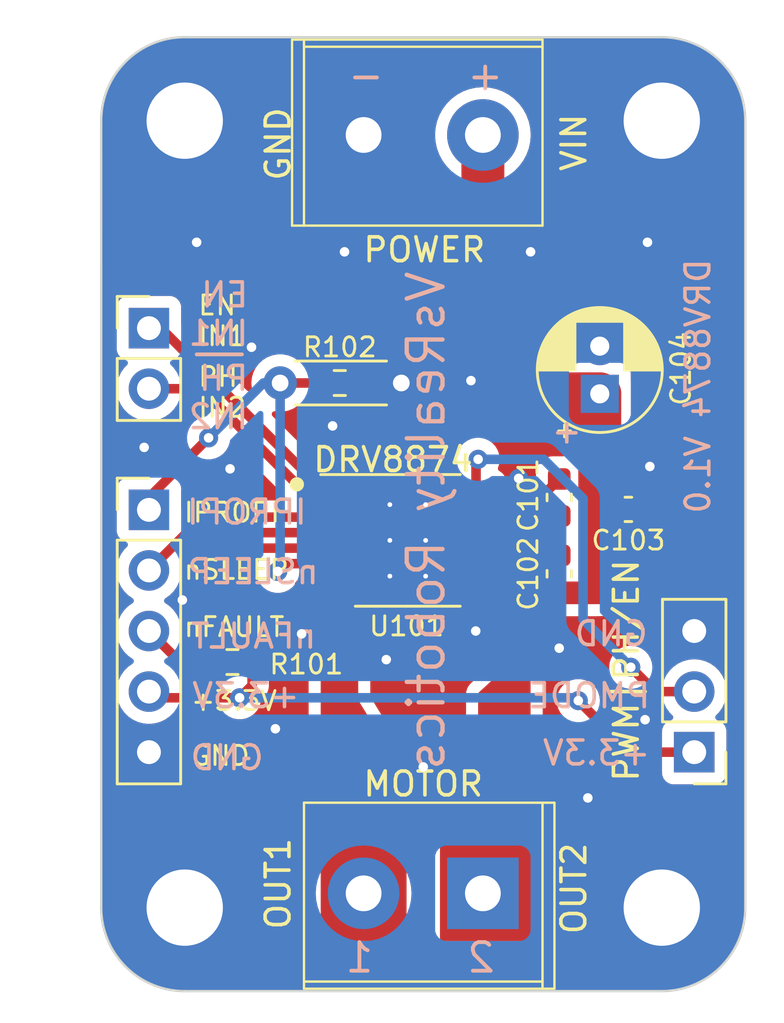
<source format=kicad_pcb>
(kicad_pcb (version 20221018) (generator pcbnew)
  (layers (0 "F.Cu" signal) (31 "B.Cu" signal) (34 "B.Paste" user) (35 "F.Paste" user) (36 "B.SilkS" user "B.Silkscreen") (37 "F.SilkS" user "F.Silkscreen") (38 "B.Mask" user) (39 "F.Mask" user) (44 "Edge.Cuts" user))
  (net 0 "")
  (net 1 "Net-(U101-CPH)")
  (net 2 "Net-(U101-CPL)")
  (net 3 "VMOTORS")
  (net 4 "Net-(U101-VCP)")
  (net 5 "GND")
  (net 6 "OUT1")
  (net 7 "OUT2")
  (net 8 "+3V3")
  (net 9 "PMODE")
  (net 10 "nSLEEP")
  (net 11 "nFAULT")
  (net 12 "IPROPI")
  (net 13 "IN2")
  (net 14 "IN1")
  (footprint "Connector_PinHeader_2.54mm:PinHeader_1x03_P2.54mm_Vertical" (layer "F.Cu") (at 141.96 105.68 180)
    (fp_text reference "J105")
    (fp_text value "PMODE")
    (fp_line (start -1.33 -1.33) (end 0 -1.33) (stroke (width 0.12)) (layer "F.SilkS"))
    (fp_line (start -1.33 0) (end -1.33 -1.33) (stroke (width 0.12)) (layer "F.SilkS"))
    (fp_line (start -1.33 1.27) (end -1.33 6.41) (stroke (width 0.12)) (layer "F.SilkS"))
    (fp_line (start -1.33 1.27) (end 1.33 1.27) (stroke (width 0.12)) (layer "F.SilkS"))
    (fp_line (start -1.33 6.41) (end 1.33 6.41) (stroke (width 0.12)) (layer "F.SilkS"))
    (fp_line (start 1.33 1.27) (end 1.33 6.41) (stroke (width 0.12)) (layer "F.SilkS"))
    (pad "1" thru_hole rect (at 0 0 180) (size 1.7 1.7) (drill 1) (layers "*.Cu" "*.Mask") (net 8 "+3V3"))
    (pad "2" thru_hole oval (at 0 2.54 180) (size 1.7 1.7) (drill 1) (layers "*.Cu" "*.Mask") (net 9 "PMODE"))
    (pad "3" thru_hole oval (at 0 5.08 180) (size 1.7 1.7) (drill 1) (layers "*.Cu" "*.Mask") (net 5 "GND"))
  )
  (footprint "Package_SO:HTSSOP-16-1EP_4.4x5mm_P0.65mm_EP3.4x5mm_Mask2.46x2.31mm_ThermalVias" (layer "F.Cu") (at 129.95 96.8)
    (fp_text reference "U101" (at -0.05 3.6) (layer "F.SilkS") (effects (font (size 0.8 0.8) (thickness 0.12))))
    (fp_text value "~")
    (fp_line (start 0 -2.76) (end -3.65 -2.76) (stroke (width 0.12)) (layer "F.SilkS"))
    (fp_line (start 0 -2.76) (end 2.2 -2.76) (stroke (width 0.12)) (layer "F.SilkS"))
    (fp_line (start 0 2.76) (end -2.2 2.76) (stroke (width 0.12)) (layer "F.SilkS"))
    (fp_line (start 0 2.76) (end 2.2 2.76) (stroke (width 0.12)) (layer "F.SilkS"))
    (pad "1" smd roundrect (at -2.8625 -2.275) (size 1.575 0.4) (layers "F.Cu" "F.Paste" "F.Mask") (net 14 "IN1"))
    (pad "2" smd roundrect (at -2.8625 -1.625) (size 1.575 0.4) (layers "F.Cu" "F.Paste" "F.Mask") (net 13 "IN2"))
    (pad "3" smd roundrect (at -2.8625 -0.975) (size 1.575 0.4) (layers "F.Cu" "F.Paste" "F.Mask") (net 10 "nSLEEP"))
    (pad "4" smd roundrect (at -2.8625 -0.325) (size 1.575 0.4) (layers "F.Cu" "F.Paste" "F.Mask") (net 11 "nFAULT"))
    (pad "5" smd roundrect (at -2.8625 0.325) (size 1.575 0.4) (layers "F.Cu" "F.Paste" "F.Mask") (net 8 "+3V3"))
    (pad "6" smd roundrect (at -2.8625 0.975) (size 1.575 0.4) (layers "F.Cu" "F.Paste" "F.Mask") (net 12 "IPROPI"))
    (pad "7" smd roundrect (at -2.8625 1.625) (size 1.575 0.4) (layers "F.Cu" "F.Paste" "F.Mask") (net 5 "GND"))
    (pad "8" smd roundrect (at -2.8625 2.275) (size 1.575 0.4) (layers "F.Cu" "F.Paste" "F.Mask") (net 6 "OUT1"))
    (pad "9" smd roundrect (at 2.8625 2.275) (size 1.575 0.4) (layers "F.Cu" "F.Paste" "F.Mask") (net 5 "GND"))
    (pad "10" smd roundrect (at 2.8625 1.625) (size 1.575 0.4) (layers "F.Cu" "F.Paste" "F.Mask") (net 7 "OUT2"))
    (pad "11" smd roundrect (at 2.8625 0.975) (size 1.575 0.4) (layers "F.Cu" "F.Paste" "F.Mask") (net 3 "VMOTORS"))
    (pad "12" smd roundrect (at 2.8625 0.325) (size 1.575 0.4) (layers "F.Cu" "F.Paste" "F.Mask") (net 4 "Net-(U101-VCP)"))
    (pad "13" smd roundrect (at 2.8625 -0.325) (size 1.575 0.4) (layers "F.Cu" "F.Paste" "F.Mask") (net 1 "Net-(U101-CPH)"))
    (pad "14" smd roundrect (at 2.8625 -0.975) (size 1.575 0.4) (layers "F.Cu" "F.Paste" "F.Mask") (net 2 "Net-(U101-CPL)"))
    (pad "15" smd roundrect (at 2.8625 -1.625) (size 1.575 0.4) (layers "F.Cu" "F.Paste" "F.Mask") (net 5 "GND"))
    (pad "16" smd roundrect (at 2.8625 -2.275) (size 1.575 0.4) (layers "F.Cu" "F.Paste" "F.Mask") (net 9 "PMODE"))
    (pad "17" thru_hole circle (at -0.75 -1.5) (size 0.5 0.5) (drill 0.2) (layers "*.Cu") (net 5 "GND"))
    (pad "17" thru_hole circle (at -0.75 0) (size 0.5 0.5) (drill 0.2) (layers "*.Cu") (net 5 "GND"))
    (pad "17" thru_hole circle (at -0.75 1.5) (size 0.5 0.5) (drill 0.2) (layers "*.Cu") (net 5 "GND"))
    (pad "17" smd rect (at 0 0) (size 2 3.5) (layers "B.Cu") (net 5 "GND"))
    (pad "17" smd rect (at 0 0) (size 3.4 5) (layers "F.Cu") (net 5 "GND"))
    (pad "17" thru_hole circle (at 0.75 -1.5) (size 0.5 0.5) (drill 0.2) (layers "*.Cu") (net 5 "GND"))
    (pad "17" thru_hole circle (at 0.75 0) (size 0.5 0.5) (drill 0.2) (layers "*.Cu") (net 5 "GND"))
    (pad "17" thru_hole circle (at 0.75 1.5) (size 0.5 0.5) (drill 0.2) (layers "*.Cu") (net 5 "GND"))
  )
  (footprint "Connector_PinHeader_2.54mm:PinHeader_1x05_P2.54mm_Vertical" (layer "F.Cu") (at 119.1 95.52)
    (fp_text reference "J104")
    (fp_text value "Conn_01x06_Pin")
    (fp_line (start -1.33 -1.33) (end 0 -1.33) (stroke (width 0.12)) (layer "F.SilkS"))
    (fp_line (start -1.33 0) (end -1.33 -1.33) (stroke (width 0.12)) (layer "F.SilkS"))
    (fp_line (start -1.33 1.27) (end -1.33 11.49) (stroke (width 0.12)) (layer "F.SilkS"))
    (fp_line (start -1.33 1.27) (end 1.33 1.27) (stroke (width 0.12)) (layer "F.SilkS"))
    (fp_line (start -1.33 11.49) (end 1.33 11.49) (stroke (width 0.12)) (layer "F.SilkS"))
    (fp_line (start 1.33 1.27) (end 1.33 11.49) (stroke (width 0.12)) (layer "F.SilkS"))
    (pad "1" thru_hole rect (at 0 0) (size 1.7 1.7) (drill 1) (layers "*.Cu" "*.Mask") (net 12 "IPROPI"))
    (pad "2" thru_hole oval (at 0 2.54) (size 1.7 1.7) (drill 1) (layers "*.Cu" "*.Mask") (net 10 "nSLEEP"))
    (pad "3" thru_hole oval (at 0 5.08) (size 1.7 1.7) (drill 1) (layers "*.Cu" "*.Mask") (net 11 "nFAULT"))
    (pad "4" thru_hole oval (at 0 7.62) (size 1.7 1.7) (drill 1) (layers "*.Cu" "*.Mask") (net 8 "+3V3"))
    (pad "5" thru_hole oval (at 0 10.16) (size 1.7 1.7) (drill 1) (layers "*.Cu" "*.Mask") (net 5 "GND"))
  )
  (footprint "Capacitor_SMD:C_0603_1608Metric" (layer "F.Cu") (at 136.3 95 90)
    (fp_text reference "C101" (at 0.1 -1.3 90) (layer "F.SilkS") (effects (font (size 0.8 0.8) (thickness 0.12))))
    (fp_text value "22nf")
    (fp_line (start -0.14058 -0.51) (end 0.14058 -0.51) (stroke (width 0.12)) (layer "F.SilkS"))
    (fp_line (start -0.14058 0.51) (end 0.14058 0.51) (stroke (width 0.12)) (layer "F.SilkS"))
    (pad "1" smd roundrect (at -0.775 0 90) (size 0.9 0.95) (layers "F.Cu" "F.Paste" "F.Mask") (net 1 "Net-(U101-CPH)"))
    (pad "2" smd roundrect (at 0.775 0 90) (size 0.9 0.95) (layers "F.Cu" "F.Paste" "F.Mask") (net 2 "Net-(U101-CPL)"))
  )
  (footprint "MountingHole:MountingHole_3.2mm_M3_DIN965_Pad" (layer "F.Cu") (at 140.6 112.2)
    (fp_text reference "H104")
    (fp_text value "MountingHole")
    (pad "1" thru_hole circle (at 0 0) (size 5.6 5.6) (drill 3.2) (layers "*.Cu" "*.Mask") (net 5 "GND"))
  )
  (footprint "VsReality_Footprints:JILN JL126-50002G01" (layer "F.Cu") (at 130.6 79.8)
    (fp_text reference "J103")
    (fp_text value "M0_CONN")
    (fp_line (start -5.5 3.8) (end -5.5 -4) (stroke (width 0.1)) (layer "F.SilkS"))
    (fp_line (start -5 -4) (end -5.5 -4) (stroke (width 0.1)) (layer "F.SilkS"))
    (fp_line (start -5 -4) (end -5 3.8) (stroke (width 0.1)) (layer "F.SilkS"))
    (fp_line (start -5 -4) (end 5 -4) (stroke (width 0.1)) (layer "F.SilkS"))
    (fp_line (start -5 3.8) (end -5.5 3.8) (stroke (width 0.1)) (layer "F.SilkS"))
    (fp_line (start -5 3.8) (end 5 3.8) (stroke (width 0.1)) (layer "F.SilkS"))
    (fp_line (start 5 -3.7) (end -5 -3.7) (stroke (width 0.1)) (layer "F.SilkS"))
    (fp_line (start 5 3.8) (end 5 -4) (stroke (width 0.1)) (layer "F.SilkS"))
    (pad "1" thru_hole rect (at -2.5 0) (size 3 3) (drill 1.5) (layers "*.Cu" "*.Mask") (net 5 "GND"))
    (pad "2" thru_hole circle (at 2.5 0) (size 3 3) (drill 1.5) (layers "*.Cu" "*.Mask") (net 3 "VMOTORS"))
  )
  (footprint "Capacitor_THT:CP_Radial_D5.0mm_P2.00mm" (layer "F.Cu") (at 138 90.655113 90)
    (fp_text reference "C104" (at 1.055113 3.4 90) (layer "F.SilkS") (effects (font (size 0.8 0.8) (thickness 0.12))))
    (fp_text value "47u")
    (fp_line (start -1.804775 -1.475) (end -1.304775 -1.475) (stroke (width 0.12)) (layer "F.SilkS"))
    (fp_line (start -1.554775 -1.725) (end -1.554775 -1.225) (stroke (width 0.12)) (layer "F.SilkS"))
    (fp_line (start 1 -2.58) (end 1 -1.04) (stroke (width 0.12)) (layer "F.SilkS"))
    (fp_line (start 1 1.04) (end 1 2.58) (stroke (width 0.12)) (layer "F.SilkS"))
    (fp_line (start 1.04 -2.58) (end 1.04 -1.04) (stroke (width 0.12)) (layer "F.SilkS"))
    (fp_line (start 1.04 1.04) (end 1.04 2.58) (stroke (width 0.12)) (layer "F.SilkS"))
    (fp_line (start 1.08 -2.579) (end 1.08 -1.04) (stroke (width 0.12)) (layer "F.SilkS"))
    (fp_line (start 1.08 1.04) (end 1.08 2.579) (stroke (width 0.12)) (layer "F.SilkS"))
    (fp_line (start 1.12 -2.578) (end 1.12 -1.04) (stroke (width 0.12)) (layer "F.SilkS"))
    (fp_line (start 1.12 1.04) (end 1.12 2.578) (stroke (width 0.12)) (layer "F.SilkS"))
    (fp_line (start 1.16 -2.576) (end 1.16 -1.04) (stroke (width 0.12)) (layer "F.SilkS"))
    (fp_line (start 1.16 1.04) (end 1.16 2.576) (stroke (width 0.12)) (layer "F.SilkS"))
    (fp_line (start 1.2 -2.573) (end 1.2 -1.04) (stroke (width 0.12)) (layer "F.SilkS"))
    (fp_line (start 1.2 1.04) (end 1.2 2.573) (stroke (width 0.12)) (layer "F.SilkS"))
    (fp_line (start 1.24 -2.569) (end 1.24 -1.04) (stroke (width 0.12)) (layer "F.SilkS"))
    (fp_line (start 1.24 1.04) (end 1.24 2.569) (stroke (width 0.12)) (layer "F.SilkS"))
    (fp_line (start 1.28 -2.565) (end 1.28 -1.04) (stroke (width 0.12)) (layer "F.SilkS"))
    (fp_line (start 1.28 1.04) (end 1.28 2.565) (stroke (width 0.12)) (layer "F.SilkS"))
    (fp_line (start 1.32 -2.561) (end 1.32 -1.04) (stroke (width 0.12)) (layer "F.SilkS"))
    (fp_line (start 1.32 1.04) (end 1.32 2.561) (stroke (width 0.12)) (layer "F.SilkS"))
    (fp_line (start 1.36 -2.556) (end 1.36 -1.04) (stroke (width 0.12)) (layer "F.SilkS"))
    (fp_line (start 1.36 1.04) (end 1.36 2.556) (stroke (width 0.12)) (layer "F.SilkS"))
    (fp_line (start 1.4 -2.55) (end 1.4 -1.04) (stroke (width 0.12)) (layer "F.SilkS"))
    (fp_line (start 1.4 1.04) (end 1.4 2.55) (stroke (width 0.12)) (layer "F.SilkS"))
    (fp_line (start 1.44 -2.543) (end 1.44 -1.04) (stroke (width 0.12)) (layer "F.SilkS"))
    (fp_line (start 1.44 1.04) (end 1.44 2.543) (stroke (width 0.12)) (layer "F.SilkS"))
    (fp_line (start 1.48 -2.536) (end 1.48 -1.04) (stroke (width 0.12)) (layer "F.SilkS"))
    (fp_line (start 1.48 1.04) (end 1.48 2.536) (stroke (width 0.12)) (layer "F.SilkS"))
    (fp_line (start 1.52 -2.528) (end 1.52 -1.04) (stroke (width 0.12)) (layer "F.SilkS"))
    (fp_line (start 1.52 1.04) (end 1.52 2.528) (stroke (width 0.12)) (layer "F.SilkS"))
    (fp_line (start 1.56 -2.52) (end 1.56 -1.04) (stroke (width 0.12)) (layer "F.SilkS"))
    (fp_line (start 1.56 1.04) (end 1.56 2.52) (stroke (width 0.12)) (layer "F.SilkS"))
    (fp_line (start 1.6 -2.511) (end 1.6 -1.04) (stroke (width 0.12)) (layer "F.SilkS"))
    (fp_line (start 1.6 1.04) (end 1.6 2.511) (stroke (width 0.12)) (layer "F.SilkS"))
    (fp_line (start 1.64 -2.501) (end 1.64 -1.04) (stroke (width 0.12)) (layer "F.SilkS"))
    (fp_line (start 1.64 1.04) (end 1.64 2.501) (stroke (width 0.12)) (layer "F.SilkS"))
    (fp_line (start 1.68 -2.491) (end 1.68 -1.04) (stroke (width 0.12)) (layer "F.SilkS"))
    (fp_line (start 1.68 1.04) (end 1.68 2.491) (stroke (width 0.12)) (layer "F.SilkS"))
    (fp_line (start 1.721 -2.48) (end 1.721 -1.04) (stroke (width 0.12)) (layer "F.SilkS"))
    (fp_line (start 1.721 1.04) (end 1.721 2.48) (stroke (width 0.12)) (layer "F.SilkS"))
    (fp_line (start 1.761 -2.468) (end 1.761 -1.04) (stroke (width 0.12)) (layer "F.SilkS"))
    (fp_line (start 1.761 1.04) (end 1.761 2.468) (stroke (width 0.12)) (layer "F.SilkS"))
    (fp_line (start 1.801 -2.455) (end 1.801 -1.04) (stroke (width 0.12)) (layer "F.SilkS"))
    (fp_line (start 1.801 1.04) (end 1.801 2.455) (stroke (width 0.12)) (layer "F.SilkS"))
    (fp_line (start 1.841 -2.442) (end 1.841 -1.04) (stroke (width 0.12)) (layer "F.SilkS"))
    (fp_line (start 1.841 1.04) (end 1.841 2.442) (stroke (width 0.12)) (layer "F.SilkS"))
    (fp_line (start 1.881 -2.428) (end 1.881 -1.04) (stroke (width 0.12)) (layer "F.SilkS"))
    (fp_line (start 1.881 1.04) (end 1.881 2.428) (stroke (width 0.12)) (layer "F.SilkS"))
    (fp_line (start 1.921 -2.414) (end 1.921 -1.04) (stroke (width 0.12)) (layer "F.SilkS"))
    (fp_line (start 1.921 1.04) (end 1.921 2.414) (stroke (width 0.12)) (layer "F.SilkS"))
    (fp_line (start 1.961 -2.398) (end 1.961 -1.04) (stroke (width 0.12)) (layer "F.SilkS"))
    (fp_line (start 1.961 1.04) (end 1.961 2.398) (stroke (width 0.12)) (layer "F.SilkS"))
    (fp_line (start 2.001 -2.382) (end 2.001 -1.04) (stroke (width 0.12)) (layer "F.SilkS"))
    (fp_line (start 2.001 1.04) (end 2.001 2.382) (stroke (width 0.12)) (layer "F.SilkS"))
    (fp_line (start 2.041 -2.365) (end 2.041 -1.04) (stroke (width 0.12)) (layer "F.SilkS"))
    (fp_line (start 2.041 1.04) (end 2.041 2.365) (stroke (width 0.12)) (layer "F.SilkS"))
    (fp_line (start 2.081 -2.348) (end 2.081 -1.04) (stroke (width 0.12)) (layer "F.SilkS"))
    (fp_line (start 2.081 1.04) (end 2.081 2.348) (stroke (width 0.12)) (layer "F.SilkS"))
    (fp_line (start 2.121 -2.329) (end 2.121 -1.04) (stroke (width 0.12)) (layer "F.SilkS"))
    (fp_line (start 2.121 1.04) (end 2.121 2.329) (stroke (width 0.12)) (layer "F.SilkS"))
    (fp_line (start 2.161 -2.31) (end 2.161 -1.04) (stroke (width 0.12)) (layer "F.SilkS"))
    (fp_line (start 2.161 1.04) (end 2.161 2.31) (stroke (width 0.12)) (layer "F.SilkS"))
    (fp_line (start 2.201 -2.29) (end 2.201 -1.04) (stroke (width 0.12)) (layer "F.SilkS"))
    (fp_line (start 2.201 1.04) (end 2.201 2.29) (stroke (width 0.12)) (layer "F.SilkS"))
    (fp_line (start 2.241 -2.268) (end 2.241 -1.04) (stroke (width 0.12)) (layer "F.SilkS"))
    (fp_line (start 2.241 1.04) (end 2.241 2.268) (stroke (width 0.12)) (layer "F.SilkS"))
    (fp_line (start 2.281 -2.247) (end 2.281 -1.04) (stroke (width 0.12)) (layer "F.SilkS"))
    (fp_line (start 2.281 1.04) (end 2.281 2.247) (stroke (width 0.12)) (layer "F.SilkS"))
    (fp_line (start 2.321 -2.224) (end 2.321 -1.04) (stroke (width 0.12)) (layer "F.SilkS"))
    (fp_line (start 2.321 1.04) (end 2.321 2.224) (stroke (width 0.12)) (layer "F.SilkS"))
    (fp_line (start 2.361 -2.2) (end 2.361 -1.04) (stroke (width 0.12)) (layer "F.SilkS"))
    (fp_line (start 2.361 1.04) (end 2.361 2.2) (stroke (width 0.12)) (layer "F.SilkS"))
    (fp_line (start 2.401 -2.175) (end 2.401 -1.04) (stroke (width 0.12)) (layer "F.SilkS"))
    (fp_line (start 2.401 1.04) (end 2.401 2.175) (stroke (width 0.12)) (layer "F.SilkS"))
    (fp_line (start 2.441 -2.149) (end 2.441 -1.04) (stroke (width 0.12)) (layer "F.SilkS"))
    (fp_line (start 2.441 1.04) (end 2.441 2.149) (stroke (width 0.12)) (layer "F.SilkS"))
    (fp_line (start 2.481 -2.122) (end 2.481 -1.04) (stroke (width 0.12)) (layer "F.SilkS"))
    (fp_line (start 2.481 1.04) (end 2.481 2.122) (stroke (width 0.12)) (layer "F.SilkS"))
    (fp_line (start 2.521 -2.095) (end 2.521 -1.04) (stroke (width 0.12)) (layer "F.SilkS"))
    (fp_line (start 2.521 1.04) (end 2.521 2.095) (stroke (width 0.12)) (layer "F.SilkS"))
    (fp_line (start 2.561 -2.065) (end 2.561 -1.04) (stroke (width 0.12)) (layer "F.SilkS"))
    (fp_line (start 2.561 1.04) (end 2.561 2.065) (stroke (width 0.12)) (layer "F.SilkS"))
    (fp_line (start 2.601 -2.035) (end 2.601 -1.04) (stroke (width 0.12)) (layer "F.SilkS"))
    (fp_line (start 2.601 1.04) (end 2.601 2.035) (stroke (width 0.12)) (layer "F.SilkS"))
    (fp_line (start 2.641 -2.004) (end 2.641 -1.04) (stroke (width 0.12)) (layer "F.SilkS"))
    (fp_line (start 2.641 1.04) (end 2.641 2.004) (stroke (width 0.12)) (layer "F.SilkS"))
    (fp_line (start 2.681 -1.971) (end 2.681 -1.04) (stroke (width 0.12)) (layer "F.SilkS"))
    (fp_line (start 2.681 1.04) (end 2.681 1.971) (stroke (width 0.12)) (layer "F.SilkS"))
    (fp_line (start 2.721 -1.937) (end 2.721 -1.04) (stroke (width 0.12)) (layer "F.SilkS"))
    (fp_line (start 2.721 1.04) (end 2.721 1.937) (stroke (width 0.12)) (layer "F.SilkS"))
    (fp_line (start 2.761 -1.901) (end 2.761 -1.04) (stroke (width 0.12)) (layer "F.SilkS"))
    (fp_line (start 2.761 1.04) (end 2.761 1.901) (stroke (width 0.12)) (layer "F.SilkS"))
    (fp_line (start 2.801 -1.864) (end 2.801 -1.04) (stroke (width 0.12)) (layer "F.SilkS"))
    (fp_line (start 2.801 1.04) (end 2.801 1.864) (stroke (width 0.12)) (layer "F.SilkS"))
    (fp_line (start 2.841 -1.826) (end 2.841 -1.04) (stroke (width 0.12)) (layer "F.SilkS"))
    (fp_line (start 2.841 1.04) (end 2.841 1.826) (stroke (width 0.12)) (layer "F.SilkS"))
    (fp_line (start 2.881 -1.785) (end 2.881 -1.04) (stroke (width 0.12)) (layer "F.SilkS"))
    (fp_line (start 2.881 1.04) (end 2.881 1.785) (stroke (width 0.12)) (layer "F.SilkS"))
    (fp_line (start 2.921 -1.743) (end 2.921 -1.04) (stroke (width 0.12)) (layer "F.SilkS"))
    (fp_line (start 2.921 1.04) (end 2.921 1.743) (stroke (width 0.12)) (layer "F.SilkS"))
    (fp_line (start 2.961 -1.699) (end 2.961 -1.04) (stroke (width 0.12)) (layer "F.SilkS"))
    (fp_line (start 2.961 1.04) (end 2.961 1.699) (stroke (width 0.12)) (layer "F.SilkS"))
    (fp_line (start 3.001 -1.653) (end 3.001 -1.04) (stroke (width 0.12)) (layer "F.SilkS"))
    (fp_line (start 3.001 1.04) (end 3.001 1.653) (stroke (width 0.12)) (layer "F.SilkS"))
    (fp_line (start 3.041 -1.605) (end 3.041 1.605) (stroke (width 0.12)) (layer "F.SilkS"))
    (fp_line (start 3.081 -1.554) (end 3.081 1.554) (stroke (width 0.12)) (layer "F.SilkS"))
    (fp_line (start 3.121 -1.5) (end 3.121 1.5) (stroke (width 0.12)) (layer "F.SilkS"))
    (fp_line (start 3.161 -1.443) (end 3.161 1.443) (stroke (width 0.12)) (layer "F.SilkS"))
    (fp_line (start 3.201 -1.383) (end 3.201 1.383) (stroke (width 0.12)) (layer "F.SilkS"))
    (fp_line (start 3.241 -1.319) (end 3.241 1.319) (stroke (width 0.12)) (layer "F.SilkS"))
    (fp_line (start 3.281 -1.251) (end 3.281 1.251) (stroke (width 0.12)) (layer "F.SilkS"))
    (fp_line (start 3.321 -1.178) (end 3.321 1.178) (stroke (width 0.12)) (layer "F.SilkS"))
    (fp_line (start 3.361 -1.098) (end 3.361 1.098) (stroke (width 0.12)) (layer "F.SilkS"))
    (fp_line (start 3.401 -1.011) (end 3.401 1.011) (stroke (width 0.12)) (layer "F.SilkS"))
    (fp_line (start 3.441 -0.915) (end 3.441 0.915) (stroke (width 0.12)) (layer "F.SilkS"))
    (fp_line (start 3.481 -0.805) (end 3.481 0.805) (stroke (width 0.12)) (layer "F.SilkS"))
    (fp_line (start 3.521 -0.677) (end 3.521 0.677) (stroke (width 0.12)) (layer "F.SilkS"))
    (fp_line (start 3.561 -0.518) (end 3.561 0.518) (stroke (width 0.12)) (layer "F.SilkS"))
    (fp_line (start 3.601 -0.284) (end 3.601 0.284) (stroke (width 0.12)) (layer "F.SilkS"))
    (fp_circle (center 1 0) (end 3.62 0) (stroke (width 0.12)) (fill none) (layer "F.SilkS"))
    (pad "1" thru_hole rect (at 0 0 90) (size 1.6 1.6) (drill 0.8) (layers "*.Cu" "*.Mask") (net 3 "VMOTORS"))
    (pad "2" thru_hole circle (at 2 0 90) (size 1.6 1.6) (drill 0.8) (layers "*.Cu" "*.Mask") (net 5 "GND"))
  )
  (footprint "Resistor_THT:R_Axial_DIN0204_L3.6mm_D1.6mm_P5.08mm_Horizontal" (layer "F.Cu") (at 124.6 90.2)
    (fp_text reference "R103")
    (fp_text value "~")
    (fp_line (start 0.62 -0.92) (end 4.46 -0.92) (stroke (width 0.12)) (layer "F.SilkS"))
    (fp_line (start 0.62 0.92) (end 4.46 0.92) (stroke (width 0.12)) (layer "F.SilkS"))
    (pad "1" thru_hole circle (at 0 0) (size 1.4 1.4) (drill 0.7) (layers "*.Cu" "*.Mask") (net 12 "IPROPI"))
    (pad "2" thru_hole oval (at 5.08 0) (size 1.4 1.4) (drill 0.7) (layers "*.Cu" "*.Mask") (net 5 "GND"))
  )
  (footprint "Capacitor_SMD:C_0603_1608Metric" (layer "F.Cu") (at 136.3 98.2 90)
    (fp_text reference "C102" (at 0 -1.3 90) (layer "F.SilkS") (effects (font (size 0.8 0.8) (thickness 0.12))))
    (fp_text value "0.1uf")
    (fp_line (start -0.14058 -0.51) (end 0.14058 -0.51) (stroke (width 0.12)) (layer "F.SilkS"))
    (fp_line (start -0.14058 0.51) (end 0.14058 0.51) (stroke (width 0.12)) (layer "F.SilkS"))
    (pad "1" smd roundrect (at -0.775 0 90) (size 0.9 0.95) (layers "F.Cu" "F.Paste" "F.Mask") (net 3 "VMOTORS"))
    (pad "2" smd roundrect (at 0.775 0 90) (size 0.9 0.95) (layers "F.Cu" "F.Paste" "F.Mask") (net 4 "Net-(U101-VCP)"))
  )
  (footprint "MountingHole:MountingHole_3.2mm_M3_DIN965_Pad" (layer "F.Cu") (at 120.6 112.2)
    (fp_text reference "H103")
    (fp_text value "MountingHole")
    (pad "1" thru_hole circle (at 0 0) (size 5.6 5.6) (drill 3.2) (layers "*.Cu" "*.Mask") (net 5 "GND"))
  )
  (footprint "Resistor_SMD:R_0603_1608Metric" (layer "F.Cu") (at 122.6 101.9 180)
    (fp_text reference "R101" (at -3.1 -0.1) (layer "F.SilkS") (effects (font (size 0.8 0.8) (thickness 0.12))))
    (fp_text value "10K")
    (fp_line (start -0.237258 -0.5225) (end 0.237258 -0.5225) (stroke (width 0.12)) (layer "F.SilkS"))
    (fp_line (start -0.237258 0.5225) (end 0.237258 0.5225) (stroke (width 0.12)) (layer "F.SilkS"))
    (pad "1" smd roundrect (at -0.825 0 180) (size 0.8 0.95) (layers "F.Cu" "F.Paste" "F.Mask") (net 8 "+3V3"))
    (pad "2" smd roundrect (at 0.825 0 180) (size 0.8 0.95) (layers "F.Cu" "F.Paste" "F.Mask") (net 11 "nFAULT"))
  )
  (footprint "Capacitor_SMD:C_0603_1608Metric" (layer "F.Cu") (at 139.2 95.5 180)
    (fp_text reference "C103" (at 0 -1.3) (layer "F.SilkS") (effects (font (size 0.8 0.8) (thickness 0.12))))
    (fp_text value "0.1uf")
    (fp_line (start -0.14058 -0.51) (end 0.14058 -0.51) (stroke (width 0.12)) (layer "F.SilkS"))
    (fp_line (start -0.14058 0.51) (end 0.14058 0.51) (stroke (width 0.12)) (layer "F.SilkS"))
    (pad "1" smd roundrect (at -0.775 0 180) (size 0.9 0.95) (layers "F.Cu" "F.Paste" "F.Mask") (net 5 "GND"))
    (pad "2" smd roundrect (at 0.775 0 180) (size 0.9 0.95) (layers "F.Cu" "F.Paste" "F.Mask") (net 3 "VMOTORS"))
  )
  (footprint "Connector_PinHeader_2.54mm:PinHeader_1x02_P2.54mm_Vertical" (layer "F.Cu") (at 119.1 87.9)
    (fp_text reference "J102")
    (fp_text value "Conn_01x02_Pin")
    (fp_line (start -1.33 -1.33) (end 0 -1.33) (stroke (width 0.12)) (layer "F.SilkS"))
    (fp_line (start -1.33 0) (end -1.33 -1.33) (stroke (width 0.12)) (layer "F.SilkS"))
    (fp_line (start -1.33 1.27) (end -1.33 3.87) (stroke (width 0.12)) (layer "F.SilkS"))
    (fp_line (start -1.33 1.27) (end 1.33 1.27) (stroke (width 0.12)) (layer "F.SilkS"))
    (fp_line (start -1.33 3.87) (end 1.33 3.87) (stroke (width 0.12)) (layer "F.SilkS"))
    (fp_line (start 1.33 1.27) (end 1.33 3.87) (stroke (width 0.12)) (layer "F.SilkS"))
    (pad "1" thru_hole rect (at 0 0) (size 1.7 1.7) (drill 1) (layers "*.Cu" "*.Mask") (net 14 "IN1"))
    (pad "2" thru_hole oval (at 0 2.54) (size 1.7 1.7) (drill 1) (layers "*.Cu" "*.Mask") (net 13 "IN2"))
  )
  (footprint "Resistor_SMD:R_0603_1608Metric" (layer "F.Cu") (at 127.1 90.2)
    (fp_text reference "R102" (at 0 -1.5) (layer "F.SilkS") (effects (font (size 0.8 0.8) (thickness 0.12))))
    (fp_text value "1.2K")
    (fp_line (start -0.237258 -0.5225) (end 0.237258 -0.5225) (stroke (width 0.12)) (layer "F.SilkS"))
    (fp_line (start -0.237258 0.5225) (end 0.237258 0.5225) (stroke (width 0.12)) (layer "F.SilkS"))
    (pad "1" smd roundrect (at -0.825 0) (size 0.8 0.95) (layers "F.Cu" "F.Paste" "F.Mask") (net 12 "IPROPI"))
    (pad "2" smd roundrect (at 0.825 0) (size 0.8 0.95) (layers "F.Cu" "F.Paste" "F.Mask") (net 5 "GND"))
  )
  (footprint "MountingHole:MountingHole_3.2mm_M3_DIN965_Pad" (layer "F.Cu") (at 140.6 79.2)
    (fp_text reference "H102")
    (fp_text value "MountingHole")
    (pad "1" thru_hole circle (at 0 0) (size 5.6 5.6) (drill 3.2) (layers "*.Cu" "*.Mask") (net 5 "GND"))
  )
  (footprint "VsReality_Footprints:JILN JL126-50002G01" (layer "F.Cu") (at 130.6 111.6 180)
    (fp_text reference "J101")
    (fp_text value "M0_CONN")
    (fp_line (start -5.5 3.8) (end -5.5 -4) (stroke (width 0.1)) (layer "F.SilkS"))
    (fp_line (start -5 -4) (end -5.5 -4) (stroke (width 0.1)) (layer "F.SilkS"))
    (fp_line (start -5 -4) (end -5 3.8) (stroke (width 0.1)) (layer "F.SilkS"))
    (fp_line (start -5 -4) (end 5 -4) (stroke (width 0.1)) (layer "F.SilkS"))
    (fp_line (start -5 3.8) (end -5.5 3.8) (stroke (width 0.1)) (layer "F.SilkS"))
    (fp_line (start -5 3.8) (end 5 3.8) (stroke (width 0.1)) (layer "F.SilkS"))
    (fp_line (start 5 -3.7) (end -5 -3.7) (stroke (width 0.1)) (layer "F.SilkS"))
    (fp_line (start 5 3.8) (end 5 -4) (stroke (width 0.1)) (layer "F.SilkS"))
    (pad "1" thru_hole rect (at -2.5 0 180) (size 3 3) (drill 1.5) (layers "*.Cu" "*.Mask") (net 7 "OUT2"))
    (pad "2" thru_hole circle (at 2.5 0 180) (size 3 3) (drill 1.5) (layers "*.Cu" "*.Mask") (net 6 "OUT1"))
  )
  (footprint "MountingHole:MountingHole_3.2mm_M3_DIN965_Pad" (layer "F.Cu") (at 120.6 79.2)
    (fp_text reference "H101")
    (fp_text value "MountingHole")
    (pad "1" thru_hole circle (at 0 0) (size 5.6 5.6) (drill 3.2) (layers "*.Cu" "*.Mask") (net 5 "GND"))
  )
  (gr_line (start 123 89) (end 121.1 89) (stroke (width 0.15)) (layer "B.SilkS"))
  (gr_line (start 123 89) (end 121.1 89) (stroke (width 0.15)) (layer "F.SilkS"))
  (gr_circle (center 125.3 94.45) (end 125.45 94.45) (stroke (width 0.3)) (fill none) (layer "F.SilkS"))
  (gr_line (start 144.1 112.2) (end 144.1 79.2) (stroke (width 0.1)) (layer "Edge.Cuts"))
  (gr_arc (start 117.098572 79.2) (mid 118.159728 76.68901) (end 120.7 75.7) (stroke (width 0.1)) (layer "Edge.Cuts"))
  (gr_arc (start 144.1 112.2) (mid 143.074874 114.674874) (end 140.6 115.7) (stroke (width 0.1)) (layer "Edge.Cuts"))
  (gr_arc (start 120.6 115.7) (mid 118.125126 114.674874) (end 117.1 112.2) (stroke (width 0.1)) (layer "Edge.Cuts"))
  (gr_line (start 120.7 75.7) (end 140.6 75.7) (stroke (width 0.1)) (layer "Edge.Cuts"))
  (gr_line (start 117.098572 79.2) (end 117.1 112.2) (stroke (width 0.1)) (layer "Edge.Cuts"))
  (gr_line (start 120.6 115.7) (end 140.6 115.7) (stroke (width 0.1)) (layer "Edge.Cuts"))
  (gr_arc (start 140.6 75.7) (mid 143.074874 76.725126) (end 144.1 79.2) (stroke (width 0.1)) (layer "Edge.Cuts"))
  (gr_text "1" (at 128.6 115) (layer "B.SilkS") (effects (font (size 1.2 1.2) (thickness 0.16)) (justify left bottom mirror)))
  (gr_text "+3.3V" (at 125.5 103.9) (layer "B.SilkS") (effects (font (size 1 1)) (justify left bottom mirror)))
  (gr_text "PH\nIN2" (at 123.35 92.2) (layer "B.SilkS") (effects (font (size 1 1)) (justify left bottom mirror)))
  (gr_text "nFAULT" (at 126.2 101.4) (layer "B.SilkS") (effects (font (size 1 1)) (justify left bottom mirror)))
  (gr_text "-" (at 127.35 78) (layer "B.SilkS") (effects (font (size 1.2 1.2) (thickness 0.16)) (justify left bottom)))
  (gr_text "IPROPI" (at 125.8 96.2) (layer "B.SilkS") (effects (font (size 1 1)) (justify left bottom mirror)))
  (gr_text "+" (at 132.35 78) (layer "B.SilkS") (effects (font (size 1.2 1.2) (thickness 0.16)) (justify left bottom)))
  (gr_text "DRV8874 V1.0" (at 142.7 84.9 90) (layer "B.SilkS") (effects (font (size 1 1)) (justify left bottom mirror)))
  (gr_text "+" (at 135.9 92.8) (layer "B.SilkS") (effects (font (size 1 1)) (justify left bottom)))
  (gr_text "2" (at 133.7 115) (layer "B.SilkS") (effects (font (size 1.2 1.2) (thickness 0.16)) (justify left bottom mirror)))
  (gr_text "GND" (at 140.1 101.3) (layer "B.SilkS") (effects (font (size 1 1)) (justify left bottom mirror)))
  (gr_text "EN\nIN1" (at 123.35 88.7) (layer "B.SilkS") (effects (font (size 1 1)) (justify left bottom mirror)))
  (gr_text "PMODE" (at 140.2 103.9) (layer "B.SilkS") (effects (font (size 1 1)) (justify left bottom mirror)))
  (gr_text "GND" (at 124 106.5) (layer "B.SilkS") (effects (font (size 1 1)) (justify left bottom mirror)))
  (gr_text "nSLEEP" (at 126.3 98.7) (layer "B.SilkS") (effects (font (size 1 1)) (justify left bottom mirror)))
  (gr_text "+3.3V" (at 140.2 106.3) (layer "B.SilkS") (effects (font (size 1 1)) (justify left bottom mirror)))
  (gr_text "VsReality Robotics" (at 131.6 85.4 90) (layer "B.SilkS") (effects (font (size 1.5 1.5) (thickness 0.18)) (justify left bottom mirror)))
  (gr_text "DRV8874" (at 125.9 94) (layer "F.SilkS") (effects (font (size 1 1)) (justify left bottom)))
  (gr_text "GND" (at 120.8 106.3) (layer "F.SilkS") (effects (font (size 0.8 0.8) (thickness 0.12)) (justify left bottom)))
  (gr_text "POWER" (at 128 85.2) (layer "F.SilkS") (effects (font (size 1 1)) (justify left bottom)))
  (gr_text "MOTOR" (at 128 107.6) (layer "F.SilkS") (effects (font (size 1 1)) (justify left bottom)))
  (gr_text "PWM|PH/EN" (at 139.7 107 90) (layer "F.SilkS") (effects (font (size 1 1)) (justify left bottom)))
  (gr_text "GND" (at 125.1 81.8 90) (layer "F.SilkS") (effects (font (size 1 1)) (justify left bottom)))
  (gr_text "IPROPI" (at 120.5 96.1) (layer "F.SilkS") (effects (font (size 0.8 0.8) (thickness 0.12)) (justify left bottom)))
  (gr_text "nFAULT" (at 120.5 100.9) (layer "F.SilkS") (effects (font (size 0.8 0.8) (thickness 0.12)) (justify left bottom)))
  (gr_text "OUT2" (at 137.5 113.4 90) (layer "F.SilkS") (effects (font (size 1 1)) (justify left bottom)))
  (gr_text "EN\nIN1" (at 121.1 88.7) (layer "F.SilkS") (effects (font (size 0.8 0.8) (thickness 0.12)) (justify left bottom)))
  (gr_text "nSLEEP" (at 120.5 98.5) (layer "F.SilkS") (effects (font (size 0.8 0.8) (thickness 0.12)) (justify left bottom)))
  (gr_text "+3.3V" (at 120.8 104) (layer "F.SilkS") (effects (font (size 0.8 0.8) (thickness 0.12)) (justify left bottom)))
  (gr_text "VIN" (at 137.5 81.4 90) (layer "F.SilkS") (effects (font (size 1 1)) (justify left bottom)))
  (gr_text "PH\nIN2" (at 121.1 91.7) (layer "F.SilkS") (effects (font (size 0.8 0.8) (thickness 0.12)) (justify left bottom)))
  (gr_text "OUT1" (at 125.1 113.2 90) (layer "F.SilkS") (effects (font (size 1 1)) (justify left bottom)))
  (segment (start 135.025 96.475) (end 135.725 95.775) (width 0.4) (layer "F.Cu") (net 1))
  (segment (start 135.725 95.775) (end 136.3 95.775) (width 0.4) (layer "F.Cu") (net 1))
  (segment (start 132.8125 96.475) (end 135.025 96.475) (width 0.4) (layer "F.Cu") (net 1))
  (segment (start 134.7 95.825) (end 132.8125 95.825) (width 0.4) (layer "F.Cu") (net 2))
  (segment (start 136.3 94.225) (end 134.7 95.825) (width 0.4) (layer "F.Cu") (net 2))
  (segment (start 134.575 97.775) (end 135.775 98.975) (width 0.4) (layer "F.Cu") (net 3))
  (segment (start 138 90.655113) (end 136.155113 90.655113) (width 1.8) (layer "F.Cu") (net 3))
  (segment (start 136.155113 90.655113) (end 138 92.5) (width 1.8) (layer "F.Cu") (net 3))
  (segment (start 133.1 87.6) (end 136.155113 90.655113) (width 1.8) (layer "F.Cu") (net 3))
  (segment (start 137.6 98.975) (end 138 98.575) (width 0.4) (layer "F.Cu") (net 3))
  (segment (start 132.8125 97.775) (end 134.575 97.775) (width 0.4) (layer "F.Cu") (net 3))
  (segment (start 133.1 79.8) (end 133.1 87.6) (width 1.8) (layer "F.Cu") (net 3))
  (segment (start 136.2 99.075) (end 136.3 98.975) (width 0.4) (layer "F.Cu") (net 3))
  (segment (start 138 92.5) (end 138 92.7) (width 1.8) (layer "F.Cu") (net 3))
  (segment (start 138 92.7) (end 138 98.575) (width 1.8) (layer "F.Cu") (net 3))
  (segment (start 136.3 98.975) (end 137.6 98.975) (width 0.4) (layer "F.Cu") (net 3))
  (segment (start 135.775 98.975) (end 136.3 98.975) (width 0.4) (layer "F.Cu") (net 3))
  (segment (start 138 90.655113) (end 138 92.7) (width 1.8) (layer "F.Cu") (net 3))
  (segment (start 132.8125 97.125) (end 136 97.125) (width 0.4) (layer "F.Cu") (net 4))
  (segment (start 136 97.125) (end 136.3 97.425) (width 0.4) (layer "F.Cu") (net 4))
  (segment (start 134.6 94.1995) (end 134.6 94.232107) (width 0.4) (layer "F.Cu") (net 5))
  (segment (start 134.6 94.232107) (end 133.657107 95.175) (width 0.4) (layer "F.Cu") (net 5))
  (segment (start 129.68 90.2) (end 127.925 90.2) (width 0.4) (layer "F.Cu") (net 5))
  (segment (start 125.5 98.72) (end 125.7 98.52) (width 0.6) (layer "F.Cu") (net 5))
  (segment (start 132.8125 99.075) (end 132.8125 100.5875) (width 0.4) (layer "F.Cu") (net 5))
  (segment (start 133.657107 95.175) (end 132.8125 95.175) (width 0.4) (layer "F.Cu") (net 5))
  (segment (start 125.5 100.72) (end 125.5 98.72) (width 0.6) (layer "F.Cu") (net 5))
  (segment (start 125.795 98.425) (end 127.0875 98.425) (width 0.4) (layer "F.Cu") (net 5))
  (segment (start 119.105 105.675) (end 119.1 105.68) (width 0.4) (layer "F.Cu") (net 5))
  (segment (start 132.8125 100.5875) (end 132.8 100.6) (width 0.4) (layer "F.Cu") (net 5))
  (segment (start 125.7 98.52) (end 125.795 98.425) (width 0.4) (layer "F.Cu") (net 5))
  (via (at 129.05 101.8) (size 0.8) (drill 0.4) (layers "F.Cu" "B.Cu") (net 5))
  (via (at 122.5 93.8) (size 0.8) (drill 0.4) (layers "F.Cu" "B.Cu") (net 5))
  (via (at 135.1 84.7) (size 0.8) (drill 0.4) (layers "F.Cu" "B.Cu") (net 5))
  (via (at 126.8 92) (size 0.8) (drill 0.4) (layers "F.Cu" "B.Cu") (net 5))
  (via (at 132.8 100.6) (size 0.8) (drill 0.4) (layers "F.Cu" "B.Cu") (net 5))
  (via (at 134.6 94.1995) (size 0.8) (drill 0.4) (layers "F.Cu" "B.Cu") (net 5))
  (via (at 124.4 104.7) (size 0.8) (drill 0.4) (layers "F.Cu" "B.Cu") (net 5))
  (via (at 132.6 90.1) (size 0.8) (drill 0.4) (layers "F.Cu" "B.Cu") (net 5))
  (via (at 121.1 84.3) (size 0.8) (drill 0.4) (layers "F.Cu" "B.Cu") (net 5))
  (via (at 120.5 99.3) (size 0.8) (drill 0.4) (layers "F.Cu" "B.Cu") (net 5))
  (via (at 123.4 88.7) (size 0.8) (drill 0.4) (layers "F.Cu" "B.Cu") (net 5))
  (via (at 137.5 107.6) (size 0.8) (drill 0.4) (layers "F.Cu" "B.Cu") (net 5))
  (via (at 136.3 101.32) (size 0.8) (drill 0.4) (layers "F.Cu" "B.Cu") (net 5))
  (via (at 118.9 92.9) (size 0.8) (drill 0.4) (layers "F.Cu" "B.Cu") (net 5))
  (via (at 140 84.3) (size 0.8) (drill 0.4) (layers "F.Cu" "B.Cu") (net 5))
  (via (at 127.3 84.7) (size 0.8) (drill 0.4) (layers "F.Cu" "B.Cu") (net 5))
  (via (at 130.6 106.3) (size 0.8) (drill 0.4) (layers "F.Cu" "B.Cu") (net 5))
  (via (at 139.9 104.32) (size 0.8) (drill 0.4) (layers "F.Cu" "B.Cu") (net 5))
  (via (at 125.5 100.72) (size 0.8) (drill 0.4) (layers "F.Cu" "B.Cu") (net 5))
  (via (at 140.1 93.7) (size 0.8) (drill 0.4) (layers "F.Cu" "B.Cu") (net 5))
  (segment (start 128.1 109.9) (end 128.1 110.7) (width 0.6) (layer "F.Cu") (net 6))
  (segment (start 127.0875 99.2875) (end 127.0875 108.8875) (width 0.6) (layer "F.Cu") (net 6))
  (segment (start 128.1 110.325) (end 128.1 110.7) (width 0.4) (layer "F.Cu") (net 6))
  (segment (start 128.1 109.9) (end 128.1 111.6) (width 0.4) (layer "F.Cu") (net 6))
  (segment (start 127.0875 108.8875) (end 128.1 109.9) (width 0.6) (layer "F.Cu") (net 6))
  (segment (start 127.0875 99.075) (end 127.0875 99.2875) (width 0.4) (layer "F.Cu") (net 6))
  (segment (start 133.1 110.7) (end 133.6 110.2) (width 0.4) (layer "F.Cu") (net 7))
  (segment (start 133.6 111.1) (end 133.6 109.8) (width 0.4) (layer "F.Cu") (net 7))
  (segment (start 133.925 98.425) (end 132.8125 98.425) (width 0.4) (layer "F.Cu") (net 7))
  (segment (start 133.6 103.8) (end 134.6 102.8) (width 0.4) (layer "F.Cu") (net 7))
  (segment (start 134.6 99.1) (end 133.925 98.425) (width 0.4) (layer "F.Cu") (net 7))
  (segment (start 133.6 109.8) (end 133.6 103.8) (width 0.4) (layer "F.Cu") (net 7))
  (segment (start 134.6 102.8) (end 134.6 99.1) (width 0.4) (layer "F.Cu") (net 7))
  (segment (start 133.1 111.6) (end 133.6 111.1) (width 0.4) (layer "F.Cu") (net 7))
  (segment (start 133.6 110.2) (end 133.6 109.8) (width 0.4) (layer "F.Cu") (net 7))
  (segment (start 127.0875 97.125) (end 123.475 97.125) (width 0.4) (layer "F.Cu") (net 8))
  (segment (start 119.36 103.4) (end 119.1 103.14) (width 0.4) (layer "F.Cu") (net 8))
  (segment (start 139.26 105.68) (end 141.96 105.68) (width 0.4) (layer "F.Cu") (net 8))
  (segment (start 122.9 97.7) (end 122.9 101.375) (width 0.4) (layer "F.Cu") (net 8))
  (segment (start 122.9 101.375) (end 123.425 101.9) (width 0.4) (layer "F.Cu") (net 8))
  (segment (start 122.9 103.4) (end 119.36 103.4) (width 0.4) (layer "F.Cu") (net 8))
  (segment (start 123.475 97.125) (end 122.9 97.7) (width 0.4) (layer "F.Cu") (net 8))
  (segment (start 123.425 102.875) (end 122.9 103.4) (width 0.4) (layer "F.Cu") (net 8))
  (segment (start 123.425 101.9) (end 123.425 102.875) (width 0.4) (layer "F.Cu") (net 8))
  (segment (start 137.1 103.52) (end 139.26 105.68) (width 0.4) (layer "F.Cu") (net 8))
  (via (at 137.1 103.52) (size 0.8) (drill 0.4) (layers "F.Cu" "B.Cu") (net 8))
  (via (at 122.9 103.4) (size 0.8) (drill 0.4) (layers "F.Cu" "B.Cu") (net 8))
  (segment (start 136.98 103.4) (end 137.1 103.52) (width 0.4) (layer "B.Cu") (net 8))
  (segment (start 119.1 103.14) (end 119.1 102.9) (width 0.4) (layer "B.Cu") (net 8))
  (segment (start 122.9 103.4) (end 136.98 103.4) (width 0.4) (layer "B.Cu") (net 8))
  (segment (start 132.8125 94.525) (end 132.8125 93.4875) (width 0.4) (layer "F.Cu") (net 9))
  (segment (start 139.3 102.12) (end 140.32 103.14) (width 0.4) (layer "F.Cu") (net 9))
  (segment (start 132.8125 93.4875) (end 132.9 93.4) (width 0.4) (layer "F.Cu") (net 9))
  (segment (start 140.32 103.14) (end 141.96 103.14) (width 0.4) (layer "F.Cu") (net 9))
  (via (at 139.3 102.12) (size 0.8) (drill 0.4) (layers "F.Cu" "B.Cu") (net 9))
  (via (at 132.9 93.4) (size 0.8) (drill 0.4) (layers "F.Cu" "B.Cu") (net 9))
  (segment (start 137.3 95.05) (end 135.65 93.4) (width 0.4) (layer "B.Cu") (net 9))
  (segment (start 135.65 93.4) (end 132.9 93.4) (width 0.4) (layer "B.Cu") (net 9))
  (segment (start 139.3 102.12) (end 137.3 100.12) (width 0.4) (layer "B.Cu") (net 9))
  (segment (start 137.3 100.12) (end 137.3 95.05) (width 0.4) (layer "B.Cu") (net 9))
  (segment (start 121.335 95.825) (end 127.0875 95.825) (width 0.4) (layer "F.Cu") (net 10))
  (segment (start 119.1 98.06) (end 121.335 95.825) (width 0.4) (layer "F.Cu") (net 10))
  (segment (start 121.775 101.9) (end 121.775 97.7) (width 0.4) (layer "F.Cu") (net 11))
  (segment (start 120.3 101.8) (end 122.075 101.8) (width 0.4) (layer "F.Cu") (net 11))
  (segment (start 127.0875 96.475) (end 123 96.475) (width 0.4) (layer "F.Cu") (net 11))
  (segment (start 119.1 100.6) (end 120.3 101.8) (width 0.4) (layer "F.Cu") (net 11))
  (segment (start 121.775 97.7) (end 123 96.475) (width 0.4) (layer "F.Cu") (net 11))
  (segment (start 119.1 95) (end 121.6 92.5) (width 0.4) (layer "F.Cu") (net 12))
  (segment (start 124.825 97.775) (end 127.0875 97.775) (width 0.4) (layer "F.Cu") (net 12))
  (segment (start 126.275 90.2) (end 124.6 90.2) (width 0.4) (layer "F.Cu") (net 12))
  (segment (start 124.5 98.1) (end 124.825 97.775) (width 0.4) (layer "F.Cu") (net 12))
  (segment (start 119.1 95.52) (end 119.1 95) (width 0.4) (layer "F.Cu") (net 12))
  (via (at 121.6 92.5) (size 0.8) (drill 0.4) (layers "F.Cu" "B.Cu") (net 12))
  (via (at 124.5 98.1) (size 0.8) (drill 0.4) (layers "F.Cu" "B.Cu") (net 12))
  (segment (start 124.6 90.2) (end 124.6 98) (width 0.4) (layer "B.Cu") (net 12))
  (segment (start 124.6 98) (end 124.5 98.1) (width 0.4) (layer "B.Cu") (net 12))
  (segment (start 119.1 95.52) (end 119.1 94.9) (width 0.4) (layer "B.Cu") (net 12))
  (segment (start 121.6 92.5) (end 123.9 90.2) (width 0.4) (layer "B.Cu") (net 12))
  (segment (start 123.9 90.2) (end 124.6 90.2) (width 0.4) (layer "B.Cu") (net 12))
  (segment (start 121.291472 90.44) (end 119.1 90.44) (width 0.4) (layer "F.Cu") (net 13))
  (segment (start 126.026472 95.175) (end 121.291472 90.44) (width 0.4) (layer "F.Cu") (net 13))
  (segment (start 127.0875 95.175) (end 126.026472 95.175) (width 0.4) (layer "F.Cu") (net 13))
  (segment (start 119.1 88.1) (end 119.1 87.9) (width 0.4) (layer "F.Cu") (net 14))
  (segment (start 127.0875 94.525) (end 127.0375 94.575) (width 0.4) (layer "F.Cu") (net 14))
  (segment (start 126.275 94.575) (end 119.6 87.9) (width 0.4) (layer "F.Cu") (net 14))
  (segment (start 119.6 87.9) (end 119.1 87.9) (width 0.4) (layer "F.Cu") (net 14))
  (segment (start 127.0375 94.575) (end 126.275 94.575) (width 0.4) (layer "F.Cu") (net 14))
  (zone (net 3) (net_name "VMOTORS") (layer "F.Cu") (priority 3) (connect_pads (clearance 0.1)) (min_thickness 0.25) (fill yes (thermal_gap 0.5) (thermal_bridge_width 0.5))
    (polygon (pts (xy 138 99.475) (xy 135.925 99.475) (xy 135.2 98.75) (xy 134.425 97.95) (xy 133.775 97.975) (xy 133.775 97.575) (xy 134.925 97.575) (xy 135.9 98.525) (xy 138 98.525)))
  )
  (zone (net 7) (net_name "OUT2") (layer "F.Cu") (priority 2) (connect_pads (clearance 0.1)) (min_thickness 0.25) (fill yes (thermal_gap 0.5) (thermal_bridge_width 0.5))
    (polygon (pts (xy 133.325 98.225) (xy 133.325 98.625) (xy 133.975 98.625) (xy 134.1 99.4) (xy 134.1 102.1) (xy 132.9 103.2) (xy 132.9 105.1) (xy 131.3 106.8) (xy 131.3 113.6) (xy 135.1 113.6) (xy 135.1 102) (xy 135.1 99.3) (xy 134.175 98.225)))
  )
  (zone (net 6) (net_name "OUT1") (layer "F.Cu") (priority 1) (connect_pads (clearance 0.5)) (min_thickness 0.25) (fill yes (thermal_gap 0.5) (thermal_bridge_width 0.5))
    (polygon (pts (xy 126.3 104.4) (xy 126.3 102.2) (xy 126.3 99.2) (xy 127.875 99.2) (xy 127.875 103.5) (xy 129.9 106.8) (xy 129.9 111.2) (xy 129.9 113.6) (xy 126.3 113.6)))
  )
  (zone (net 5) (net_name "GND") (layer "F.Cu") (connect_pads (clearance 0.5)) (min_thickness 0.25) (fill yes (thermal_gap 0.5) (thermal_bridge_width 0.5))
    (polygon (pts (xy 117.1 75.7) (xy 144.1 75.7) (xy 144.1 115.7) (xy 117.1 115.7)))
  )
  (zone (net 5) (net_name "GND") (layer "B.Cu") (connect_pads (clearance 0.5)) (min_thickness 0.25) (fill yes (thermal_gap 0.5) (thermal_bridge_width 0.5))
    (polygon (pts (xy 117.1 75.7) (xy 144.1 75.7) (xy 144.1 115.7) (xy 117.1 115.7)))
  )
)
</source>
